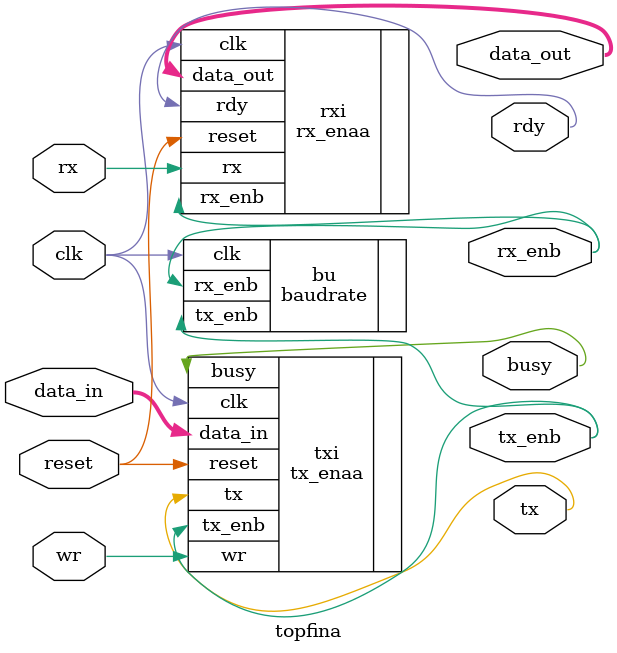
<source format=v>
module topfina (
    input clk,
    input reset,

    // RX
    input rx,
    output rdy,
    output [7:0] data_out,

    // TX
    input wr,
    input [7:0] data_in,
    output busy,
    output tx,

    // baud rate enables
    output tx_enb,
    output rx_enb
);

    baudrate bu (
        .clk(clk),
        .tx_enb(tx_enb),
        .rx_enb(rx_enb)
    );

    rx_enaa rxi (
        .clk(clk),
        .reset(reset),
        .rx_enb(rx_enb),
        .rx(rx),
        .rdy(rdy),
        .data_out(data_out)
    );

    tx_enaa txi (
        .clk(clk),
        .reset(reset),
        .tx_enb(tx_enb),
        .wr(wr),
        .data_in(data_in),
        .busy(busy),
        .tx(tx)
    );

endmodule

</source>
